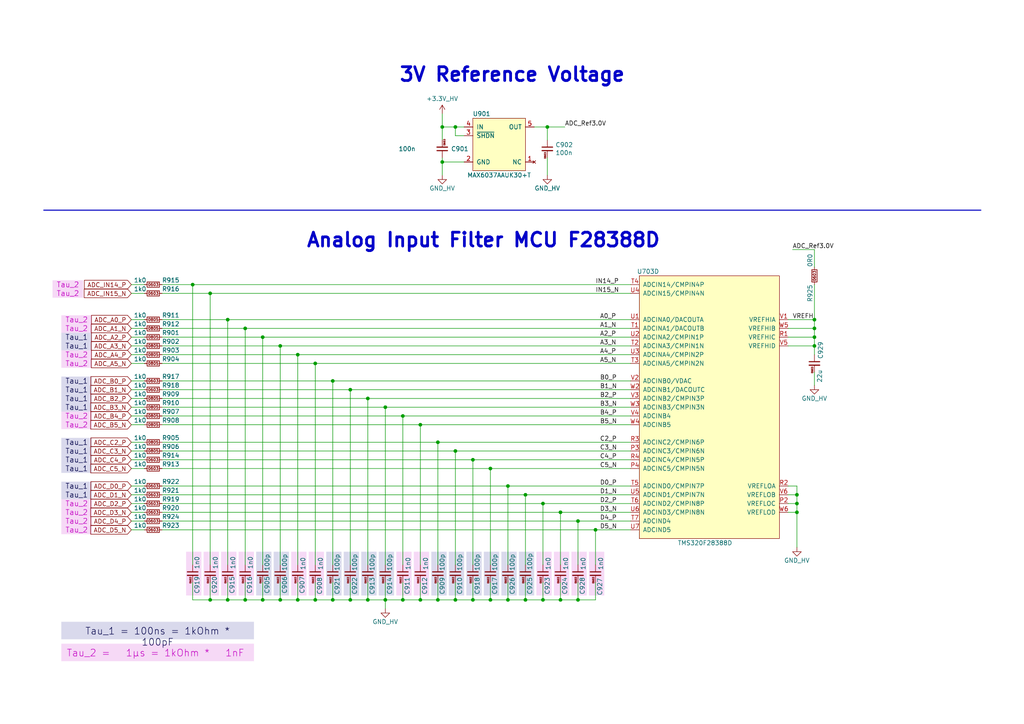
<source format=kicad_sch>
(kicad_sch (version 20231120) (generator "eeschema") (generator_version "8.0")
  (paper "A4")
  (title_block (title "LCB-CCB-01: Control Board - Debugger XDS100  / JTAG") (date "2025-02-21") (rev "1.1.0") (company "PADERBORN UNIVERSITY DEPARTMENT OF POWER ELECTRONICS AND ELECTRICAL DRIVES"))
  (junction (at 236.22 100.33))
  (junction (at 55.88 82.55))
  (junction (at 66.04 92.71))
  (junction (at 142.24 173.99))
  (junction (at 128.27 36.83))
  (junction (at 127 173.99))
  (junction (at 116.84 173.99))
  (junction (at 152.4 173.99))
  (junction (at 91.44 105.41))
  (junction (at 81.28 173.99))
  (junction (at 111.76 118.11))
  (junction (at 132.08 130.81))
  (junction (at 142.24 135.89))
  (junction (at 231.14 146.05))
  (junction (at 231.14 143.51))
  (junction (at 71.12 173.99))
  (junction (at 121.92 173.99))
  (junction (at 157.48 146.05))
  (junction (at 167.64 173.99))
  (junction (at 147.32 173.99))
  (junction (at 127 128.27))
  (junction (at 96.52 110.49))
  (junction (at 236.22 97.79))
  (junction (at 71.12 95.25))
  (junction (at 101.6 173.99))
  (junction (at 86.36 173.99))
  (junction (at 106.68 115.57))
  (junction (at 106.68 173.99))
  (junction (at 91.44 173.99))
  (junction (at 167.64 151.13))
  (junction (at 158.75 36.83))
  (junction (at 132.08 173.99))
  (junction (at 236.22 95.25))
  (junction (at 101.6 113.03))
  (junction (at 152.4 143.51))
  (junction (at 162.56 148.59))
  (junction (at 96.52 173.99))
  (junction (at 162.56 173.99))
  (junction (at 111.76 173.99))
  (junction (at 147.32 140.97))
  (junction (at 60.96 173.99))
  (junction (at 172.72 153.67))
  (junction (at 137.16 173.99))
  (junction (at 76.2 173.99))
  (junction (at 137.16 133.35))
  (junction (at 132.08 36.83))
  (junction (at 81.28 100.33))
  (junction (at 86.36 102.87))
  (junction (at 66.04 173.99))
  (junction (at 128.27 46.99))
  (junction (at 157.48 173.99))
  (junction (at 231.14 148.59))
  (junction (at 76.2 97.79))
  (junction (at 60.96 85.09))
  (junction (at 121.92 123.19))
  (junction (at 236.22 92.71))
  (junction (at 116.84 120.65))
  (wire (pts (xy 158.75 36.83) (xy 158.75 40.64)))
  (wire (pts (xy 41.91 85.09) (xy 38.1 85.09)))
  (wire (pts (xy 142.24 168.91) (xy 142.24 173.99)))
  (wire (pts (xy 46.99 140.97) (xy 147.32 140.97)))
  (wire (pts (xy 41.91 102.87) (xy 38.1 102.87)))
  (wire (pts (xy 41.91 105.41) (xy 38.1 105.41)))
  (wire (pts (xy 157.48 146.05) (xy 157.48 163.83)))
  (wire (pts (xy 46.99 82.55) (xy 55.88 82.55)))
  (wire (pts (xy 55.88 168.91) (xy 55.88 173.99)))
  (wire (pts (xy 60.96 163.83) (xy 60.96 85.09)))
  (polyline (pts (xy 12.7 60.96) (xy 284.48 60.96)) (stroke (width 0.3)))
  (wire (pts (xy 127 163.83) (xy 127 128.27)))
  (wire (pts (xy 236.22 95.25) (xy 236.22 92.71)))
  (wire (pts (xy 41.91 100.33) (xy 38.1 100.33)))
  (wire (pts (xy 128.27 36.83) (xy 128.27 40.64)))
  (wire (pts (xy 101.6 173.99) (xy 106.68 173.99)))
  (wire (pts (xy 106.68 163.83) (xy 106.68 115.57)))
  (wire (pts (xy 66.04 92.71) (xy 66.04 163.83)))
  (wire (pts (xy 128.27 36.83) (xy 128.27 33.02)))
  (wire (pts (xy 111.76 168.91) (xy 111.76 173.99)))
  (wire (pts (xy 142.24 135.89) (xy 182.88 135.89)))
  (wire (pts (xy 66.04 173.99) (xy 71.12 173.99)))
  (wire (pts (xy 101.6 113.03) (xy 182.88 113.03)))
  (wire (pts (xy 167.64 168.91) (xy 167.64 173.99)))
  (wire (pts (xy 127 128.27) (xy 182.88 128.27)))
  (wire (pts (xy 106.68 173.99) (xy 111.76 173.99)))
  (wire (pts (xy 116.84 120.65) (xy 182.88 120.65)))
  (wire (pts (xy 101.6 163.83) (xy 101.6 113.03)))
  (wire (pts (xy 158.75 36.83) (xy 163.83 36.83)))
  (wire (pts (xy 41.91 110.49) (xy 38.1 110.49)))
  (wire (pts (xy 81.28 100.33) (xy 182.88 100.33)))
  (wire (pts (xy 66.04 92.71) (xy 182.88 92.71)))
  (wire (pts (xy 228.6 97.79) (xy 236.22 97.79)))
  (wire (pts (xy 86.36 102.87) (xy 182.88 102.87)))
  (wire (pts (xy 86.36 163.83) (xy 86.36 102.87)))
  (wire (pts (xy 137.16 133.35) (xy 182.88 133.35)))
  (wire (pts (xy 55.88 82.55) (xy 182.88 82.55)))
  (wire (pts (xy 116.84 173.99) (xy 111.76 173.99)))
  (wire (pts (xy 91.44 105.41) (xy 182.88 105.41)))
  (wire (pts (xy 121.92 168.91) (xy 121.92 173.99)))
  (wire (pts (xy 46.99 128.27) (xy 127 128.27)))
  (wire (pts (xy 96.52 163.83) (xy 96.52 110.49)))
  (wire (pts (xy 147.32 163.83) (xy 147.32 140.97)))
  (wire (pts (xy 121.92 163.83) (xy 121.92 123.19)))
  (wire (pts (xy 236.22 100.33) (xy 236.22 102.87)))
  (wire (pts (xy 137.16 173.99) (xy 142.24 173.99)))
  (wire (pts (xy 152.4 163.83) (xy 152.4 143.51)))
  (wire (pts (xy 81.28 168.91) (xy 81.28 173.99)))
  (wire (pts (xy 236.22 100.33) (xy 236.22 97.79)))
  (wire (pts (xy 55.88 173.99) (xy 60.96 173.99)))
  (wire (pts (xy 132.08 36.83) (xy 128.27 36.83)))
  (wire (pts (xy 142.24 173.99) (xy 147.32 173.99)))
  (wire (pts (xy 71.12 168.91) (xy 71.12 173.99)))
  (wire (pts (xy 162.56 148.59) (xy 162.56 163.83)))
  (wire (pts (xy 231.14 143.51) (xy 231.14 146.05)))
  (wire (pts (xy 46.99 97.79) (xy 76.2 97.79)))
  (wire (pts (xy 121.92 123.19) (xy 182.88 123.19)))
  (wire (pts (xy 46.99 100.33) (xy 81.28 100.33)))
  (wire (pts (xy 127 173.99) (xy 132.08 173.99)))
  (wire (pts (xy 46.99 105.41) (xy 91.44 105.41)))
  (wire (pts (xy 132.08 168.91) (xy 132.08 173.99)))
  (wire (pts (xy 147.32 173.99) (xy 152.4 173.99)))
  (wire (pts (xy 228.6 100.33) (xy 236.22 100.33)))
  (wire (pts (xy 158.75 45.72) (xy 158.75 50.8)))
  (wire (pts (xy 106.68 115.57) (xy 182.88 115.57)))
  (wire (pts (xy 46.99 92.71) (xy 66.04 92.71)))
  (wire (pts (xy 167.64 151.13) (xy 182.88 151.13)))
  (wire (pts (xy 41.91 146.05) (xy 38.1 146.05)))
  (wire (pts (xy 116.84 173.99) (xy 121.92 173.99)))
  (wire (pts (xy 162.56 168.91) (xy 162.56 173.99)))
  (wire (pts (xy 91.44 163.83) (xy 91.44 105.41)))
  (wire (pts (xy 111.76 163.83) (xy 111.76 118.11)))
  (wire (pts (xy 228.6 140.97) (xy 231.14 140.97)))
  (wire (pts (xy 41.91 143.51) (xy 38.1 143.51)))
  (wire (pts (xy 236.22 82.55) (xy 236.22 92.71)))
  (wire (pts (xy 60.96 173.99) (xy 66.04 173.99)))
  (wire (pts (xy 86.36 173.99) (xy 91.44 173.99)))
  (wire (pts (xy 106.68 168.91) (xy 106.68 173.99)))
  (wire (pts (xy 162.56 173.99) (xy 167.64 173.99)))
  (wire (pts (xy 147.32 168.91) (xy 147.32 173.99)))
  (wire (pts (xy 60.96 85.09) (xy 182.88 85.09)))
  (wire (pts (xy 172.72 173.99) (xy 172.72 168.91)))
  (wire (pts (xy 46.99 153.67) (xy 172.72 153.67)))
  (wire (pts (xy 46.99 113.03) (xy 101.6 113.03)))
  (wire (pts (xy 128.27 46.99) (xy 128.27 50.8)))
  (wire (pts (xy 132.08 163.83) (xy 132.08 130.81)))
  (wire (pts (xy 46.99 95.25) (xy 71.12 95.25)))
  (wire (pts (xy 46.99 133.35) (xy 137.16 133.35)))
  (wire (pts (xy 46.99 146.05) (xy 157.48 146.05)))
  (wire (pts (xy 228.6 92.71) (xy 236.22 92.71)))
  (wire (pts (xy 46.99 102.87) (xy 86.36 102.87)))
  (wire (pts (xy 111.76 173.99) (xy 111.76 176.53)))
  (wire (pts (xy 41.91 113.03) (xy 38.1 113.03)))
  (wire (pts (xy 132.08 130.81) (xy 182.88 130.81)))
  (wire (pts (xy 101.6 168.91) (xy 101.6 173.99)))
  (wire (pts (xy 41.91 130.81) (xy 38.1 130.81)))
  (wire (pts (xy 91.44 168.91) (xy 91.44 173.99)))
  (wire (pts (xy 154.94 36.83) (xy 158.75 36.83)))
  (wire (pts (xy 162.56 148.59) (xy 182.88 148.59)))
  (wire (pts (xy 96.52 168.91) (xy 96.52 173.99)))
  (wire (pts (xy 142.24 163.83) (xy 142.24 135.89)))
  (wire (pts (xy 46.99 120.65) (xy 116.84 120.65)))
  (wire (pts (xy 228.6 146.05) (xy 231.14 146.05)))
  (wire (pts (xy 76.2 168.91) (xy 76.2 173.99)))
  (wire (pts (xy 121.92 173.99) (xy 127 173.99)))
  (wire (pts (xy 128.27 45.72) (xy 128.27 46.99)))
  (wire (pts (xy 71.12 173.99) (xy 76.2 173.99)))
  (wire (pts (xy 157.48 146.05) (xy 182.88 146.05)))
  (wire (pts (xy 71.12 95.25) (xy 182.88 95.25)))
  (wire (pts (xy 231.14 146.05) (xy 231.14 148.59)))
  (wire (pts (xy 152.4 168.91) (xy 152.4 173.99)))
  (wire (pts (xy 91.44 173.99) (xy 96.52 173.99)))
  (wire (pts (xy 41.91 153.67) (xy 38.1 153.67)))
  (wire (pts (xy 236.22 107.95) (xy 236.22 111.76)))
  (wire (pts (xy 76.2 97.79) (xy 182.88 97.79)))
  (wire (pts (xy 152.4 143.51) (xy 182.88 143.51)))
  (wire (pts (xy 76.2 163.83) (xy 76.2 97.79)))
  (wire (pts (xy 41.91 151.13) (xy 38.1 151.13)))
  (wire (pts (xy 46.99 110.49) (xy 96.52 110.49)))
  (wire (pts (xy 46.99 115.57) (xy 106.68 115.57)))
  (wire (pts (xy 236.22 77.47) (xy 236.22 72.39)))
  (wire (pts (xy 172.72 153.67) (xy 182.88 153.67)))
  (wire (pts (xy 41.91 120.65) (xy 38.1 120.65)))
  (wire (pts (xy 46.99 143.51) (xy 152.4 143.51)))
  (wire (pts (xy 55.88 163.83) (xy 55.88 82.55)))
  (wire (pts (xy 46.99 118.11) (xy 111.76 118.11)))
  (wire (pts (xy 96.52 110.49) (xy 182.88 110.49)))
  (wire (pts (xy 41.91 97.79) (xy 38.1 97.79)))
  (wire (pts (xy 134.62 39.37) (xy 132.08 39.37)))
  (wire (pts (xy 167.64 163.83) (xy 167.64 151.13)))
  (wire (pts (xy 41.91 133.35) (xy 38.1 133.35)))
  (wire (pts (xy 46.99 151.13) (xy 167.64 151.13)))
  (wire (pts (xy 71.12 163.83) (xy 71.12 95.25)))
  (wire (pts (xy 46.99 85.09) (xy 60.96 85.09)))
  (wire (pts (xy 41.91 92.71) (xy 38.1 92.71)))
  (wire (pts (xy 41.91 148.59) (xy 38.1 148.59)))
  (wire (pts (xy 66.04 168.91) (xy 66.04 173.99)))
  (wire (pts (xy 132.08 173.99) (xy 137.16 173.99)))
  (wire (pts (xy 231.14 140.97) (xy 231.14 143.51)))
  (wire (pts (xy 147.32 140.97) (xy 182.88 140.97)))
  (wire (pts (xy 41.91 118.11) (xy 38.1 118.11)))
  (wire (pts (xy 86.36 168.91) (xy 86.36 173.99)))
  (wire (pts (xy 228.6 95.25) (xy 236.22 95.25)))
  (wire (pts (xy 41.91 82.55) (xy 38.1 82.55)))
  (wire (pts (xy 41.91 123.19) (xy 38.1 123.19)))
  (wire (pts (xy 134.62 36.83) (xy 132.08 36.83)))
  (wire (pts (xy 41.91 95.25) (xy 38.1 95.25)))
  (wire (pts (xy 152.4 173.99) (xy 157.48 173.99)))
  (wire (pts (xy 231.14 148.59) (xy 231.14 158.75)))
  (wire (pts (xy 127 168.91) (xy 127 173.99)))
  (wire (pts (xy 128.27 46.99) (xy 134.62 46.99)))
  (wire (pts (xy 132.08 39.37) (xy 132.08 36.83)))
  (wire (pts (xy 116.84 163.83) (xy 116.84 120.65)))
  (wire (pts (xy 46.99 135.89) (xy 142.24 135.89)))
  (wire (pts (xy 137.16 168.91) (xy 137.16 173.99)))
  (wire (pts (xy 157.48 168.91) (xy 157.48 173.99)))
  (wire (pts (xy 116.84 168.91) (xy 116.84 173.99)))
  (wire (pts (xy 81.28 173.99) (xy 86.36 173.99)))
  (wire (pts (xy 60.96 168.91) (xy 60.96 173.99)))
  (wire (pts (xy 236.22 97.79) (xy 236.22 95.25)))
  (wire (pts (xy 46.99 123.19) (xy 121.92 123.19)))
  (wire (pts (xy 157.48 173.99) (xy 162.56 173.99)))
  (wire (pts (xy 228.6 143.51) (xy 231.14 143.51)))
  (wire (pts (xy 46.99 130.81) (xy 132.08 130.81)))
  (wire (pts (xy 76.2 173.99) (xy 81.28 173.99)))
  (wire (pts (xy 41.91 115.57) (xy 38.1 115.57)))
  (wire (pts (xy 236.22 72.39) (xy 229.87 72.39)))
  (wire (pts (xy 81.28 163.83) (xy 81.28 100.33)))
  (wire (pts (xy 111.76 118.11) (xy 182.88 118.11)))
  (wire (pts (xy 228.6 148.59) (xy 231.14 148.59)))
  (wire (pts (xy 172.72 153.67) (xy 172.72 163.83)))
  (wire (pts (xy 46.99 148.59) (xy 162.56 148.59)))
  (wire (pts (xy 41.91 135.89) (xy 38.1 135.89)))
  (wire (pts (xy 167.64 173.99) (xy 172.72 173.99)))
  (wire (pts (xy 41.91 128.27) (xy 38.1 128.27)))
  (wire (pts (xy 96.52 173.99) (xy 101.6 173.99)))
  (wire (pts (xy 41.91 140.97) (xy 38.1 140.97)))
  (wire (pts (xy 137.16 163.83) (xy 137.16 133.35)))
  (text_box "Tau_2" (at 17.78 91.44 0) (size 8.89 2.54) (stroke (width -0.0001)) (fill (type color) (color 194 0 194 0.15)) (effects (font (size 1.5 1.5))))
  (text_box "" (at 53.975 160.02 0) (size 4.445 12.7) (stroke (width -0.0001)) (fill (type color) (color 194 0 194 0.15)) (effects (font (size 1.5 1.5))))
  (text_box "" (at 69.215 160.02 0) (size 4.445 12.7) (stroke (width -0.0001)) (fill (type color) (color 194 0 194 0.15)) (effects (font (size 1.5 1.5))))
  (text_box "" (at 59.055 160.02 0) (size 4.445 12.7) (stroke (width -0.0001)) (fill (type color) (color 194 0 194 0.15)) (effects (font (size 1.5 1.5))))
  (text_box "" (at 145.415 160.02 0) (size 4.445 12.7) (stroke (width -0.0001)) (fill (type color) (color 0 0 132 0.15)) (effects (font (size 1.5 1.5))))
  (text_box "" (at 84.455 160.02 0) (size 4.445 12.7) (stroke (width -0.0001)) (fill (type color) (color 194 0 194 0.15)) (effects (font (size 1.5 1.5))))
  (text_box "" (at 89.535 160.02 0) (size 4.445 12.7) (stroke (width -0.0001)) (fill (type color) (color 194 0 194 0.15)) (effects (font (size 1.5 1.5))))
  (text_box "Tau_2" (at 17.78 144.78 0) (size 8.89 2.54) (stroke (width -0.0001)) (fill (type color) (color 194 0 194 0.15)) (effects (font (size 1.5 1.5))))
  (text_box "Tau_1" (at 17.78 132.08 0) (size 8.89 2.54) (stroke (width -0.0001)) (fill (type color) (color 0 0 132 0.15)) (effects (font (size 1.5 1.5))))
  (text_box "" (at 140.335 160.02 0) (size 4.445 12.7) (stroke (width -0.0001)) (fill (type color) (color 0 0 132 0.15)) (effects (font (size 1.5 1.5))))
  (text_box "Tau_1" (at 17.78 129.54 0) (size 8.89 2.54) (stroke (width -0.0001)) (fill (type color) (color 0 0 132 0.15)) (effects (font (size 1.5 1.5))))
  (text_box "Tau_1" (at 17.78 139.7 0) (size 8.89 2.54) (stroke (width -0.0001)) (fill (type color) (color 0 0 132 0.15)) (effects (font (size 1.5 1.5))))
  (text_box "" (at 150.495 160.02 0) (size 4.445 12.7) (stroke (width -0.0001)) (fill (type color) (color 0 0 132 0.15)) (effects (font (size 1.5 1.5))))
  (text_box "" (at 135.255 160.02 0) (size 4.445 12.7) (stroke (width -0.0001)) (fill (type color) (color 0 0 132 0.15)) (effects (font (size 1.5 1.5))))
  (text_box "Tau_1" (at 17.78 109.22 0) (size 8.89 2.54) (stroke (width -0.0001)) (fill (type color) (color 0 0 132 0.15)) (effects (font (size 1.5 1.5))))
  (text_box "" (at 74.295 160.02 0) (size 4.445 12.7) (stroke (width -0.0001)) (fill (type color) (color 0 0 132 0.15)) (effects (font (size 1.5 1.5))))
  (text_box "" (at 125.095 160.02 0) (size 4.445 12.7) (stroke (width -0.0001)) (fill (type color) (color 0 0 132 0.15)) (effects (font (size 1.5 1.5))))
  (text_box "" (at 160.655 160.02 0) (size 4.445 12.7) (stroke (width -0.0001)) (fill (type color) (color 194 0 194 0.15)) (effects (font (size 1.5 1.5))))
  (text_box "Tau_2" (at 17.78 121.92 0) (size 8.89 2.54) (stroke (width -0.0001)) (fill (type color) (color 194 0 194 0.15)) (effects (font (size 1.5 1.5))))
  (text_box "Tau_1" (at 17.78 96.52 0) (size 8.89 2.54) (stroke (width -0.0001)) (fill (type color) (color 0 0 132 0.15)) (effects (font (size 1.5 1.5))))
  (text_box "Tau_1 = 100ns = 1kOhm * 100pF" (at 17.78 180.34 0) (size 55.88 5.08) (stroke (width -0.0001)) (fill (type color) (color 0 0 132 0.15)) (effects (font (size 2 2)) (justify top)))
  (text_box "Tau_1" (at 17.78 142.24 0) (size 8.89 2.54) (stroke (width -0.0001)) (fill (type color) (color 0 0 132 0.15)) (effects (font (size 1.5 1.5))))
  (text_box "Tau_2" (at 17.78 152.4 0) (size 8.89 2.54) (stroke (width -0.0001)) (fill (type color) (color 194 0 194 0.15)) (effects (font (size 1.5 1.5))))
  (text_box "Tau_2" (at 17.78 104.14 0) (size 8.89 2.54) (stroke (width -0.0001)) (fill (type color) (color 194 0 194 0.15)) (effects (font (size 1.5 1.5))))
  (text_box "" (at 104.775 160.02 0) (size 4.445 12.7) (stroke (width -0.0001)) (fill (type color) (color 0 0 132 0.15)) (effects (font (size 1.5 1.5))))
  (text_box "" (at 170.815 160.02 0) (size 4.445 12.7) (stroke (width -0.0001)) (fill (type color) (color 194 0 194 0.15)) (effects (font (size 1.5 1.5))))
  (text_box "" (at 109.855 160.02 0) (size 4.445 12.7) (stroke (width -0.0001)) (fill (type color) (color 0 0 132 0.15)) (effects (font (size 1.5 1.5))))
  (text_box "Tau_2" (at 17.78 101.6 0) (size 8.89 2.54) (stroke (width -0.0001)) (fill (type color) (color 194 0 194 0.15)) (effects (font (size 1.5 1.5))))
  (text_box "" (at 79.375 160.02 0) (size 4.445 12.7) (stroke (width -0.0001)) (fill (type color) (color 0 0 132 0.15)) (effects (font (size 1.5 1.5))))
  (text_box "" (at 165.735 160.02 0) (size 4.445 12.7) (stroke (width -0.0001)) (fill (type color) (color 194 0 194 0.15)) (effects (font (size 1.5 1.5))))
  (text_box "" (at 120.015 160.02 0) (size 4.445 12.7) (stroke (width -0.0001)) (fill (type color) (color 194 0 194 0.15)) (effects (font (size 1.5 1.5))))
  (text_box "Tau_1" (at 17.78 111.76 0) (size 8.89 2.54) (stroke (width -0.0001)) (fill (type color) (color 0 0 132 0.15)) (effects (font (size 1.5 1.5))))
  (text_box "Tau_1" (at 17.78 116.84 0) (size 8.89 2.54) (stroke (width -0.0001)) (fill (type color) (color 0 0 132 0.15)) (effects (font (size 1.5 1.5))))
  (text_box "" (at 99.695 160.02 0) (size 4.445 12.7) (stroke (width -0.0001)) (fill (type color) (color 0 0 132 0.15)) (effects (font (size 1.5 1.5))))
  (text_box "Tau_2" (at 17.78 147.32 0) (size 8.89 2.54) (stroke (width -0.0001)) (fill (type color) (color 194 0 194 0.15)) (effects (font (size 1.5 1.5))))
  (text_box "Tau_1" (at 17.78 114.3 0) (size 8.89 2.54) (stroke (width -0.0001)) (fill (type color) (color 0 0 132 0.15)) (effects (font (size 1.5 1.5))))
  (text_box "Tau_1" (at 17.78 127 0) (size 8.89 2.54) (stroke (width -0.0001)) (fill (type color) (color 0 0 132 0.15)) (effects (font (size 1.5 1.5))))
  (text_box "" (at 94.615 160.02 0) (size 4.445 12.7) (stroke (width -0.0001)) (fill (type color) (color 0 0 132 0.15)) (effects (font (size 1.5 1.5))))
  (text_box "" (at 130.175 160.02 0) (size 4.445 12.7) (stroke (width -0.0001)) (fill (type color) (color 0 0 132 0.15)) (effects (font (size 1.5 1.5))))
  (text_box "Tau_2 =   1µs = 1kOhm *   1nF" (at 17.78 186.69 0) (size 55.88 5.08) (stroke (width -0.0001)) (fill (type color) (color 194 0 194 0.15)) (effects (font (size 2 2)) (justify left top)))
  (text_box "" (at 155.575 160.02 0) (size 4.445 12.7) (stroke (width -0.0001)) (fill (type color) (color 194 0 194 0.15)) (effects (font (size 1.5 1.5))))
  (text_box "Tau_1" (at 17.78 134.62 0) (size 8.89 2.54) (stroke (width -0.0001)) (fill (type color) (color 0 0 132 0.15)) (effects (font (size 1.5 1.5))))
  (text_box "Tau_2" (at 17.78 93.98 0) (size 8.89 2.54) (stroke (width -0.0001)) (fill (type color) (color 194 0 194 0.15)) (effects (font (size 1.5 1.5))))
  (text_box "Tau_1" (at 17.78 99.06 0) (size 8.89 2.54) (stroke (width -0.0001)) (fill (type color) (color 0 0 132 0.15)) (effects (font (size 1.5 1.5))))
  (text_box "Tau_2" (at 15.24 81.28 0) (size 8.89 2.54) (stroke (width -0.0001)) (fill (type color) (color 194 0 194 0.15)) (effects (font (size 1.5 1.5))))
  (text_box "Tau_2" (at 17.78 149.86 0) (size 8.89 2.54) (stroke (width -0.0001)) (fill (type color) (color 194 0 194 0.15)) (effects (font (size 1.5 1.5))))
  (text_box "" (at 114.935 160.02 0) (size 4.445 12.7) (stroke (width -0.0001)) (fill (type color) (color 194 0 194 0.15)) (effects (font (size 1.5 1.5))))
  (text_box "Tau_2" (at 17.78 119.38 0) (size 8.89 2.54) (stroke (width -0.0001)) (fill (type color) (color 194 0 194 0.15)) (effects (font (size 1.5 1.5))))
  (text_box "Tau_2" (at 15.24 83.82 0) (size 8.89 2.54) (stroke (width -0.0001)) (fill (type color) (color 194 0 194 0.15)) (effects (font (size 1.5 1.5))))
  (text_box "" (at 64.135 160.02 0) (size 4.445 12.7) (stroke (width -0.0001)) (fill (type color) (color 194 0 194 0.15)) (effects (font (size 1.5 1.5))))
  (text "Analog Input Filter MCU F28388D" (at 88.646 72.136 0) (effects (font (size 4 4) (bold yes)) (justify left bottom)))
  (text "3V Reference Voltage" (at 115.57 24.13 0) (effects (font (size 4 4) (thickness 0.8) (bold yes)) (justify left bottom)))
  (label "A5_N" (at 173.99 105.41 0))
  (label "B5_N" (at 173.99 123.19 0))
  (label "IN14_P" (at 172.72 82.55 0))
  (label "C2_P" (at 173.99 128.27 0))
  (label "C4_P" (at 173.99 133.35 0))
  (label "A1_N" (at 173.99 95.25 0))
  (label "B4_P" (at 173.99 120.65 0))
  (label "A0_P" (at 173.99 92.71 0))
  (label "A2_P" (at 173.99 97.79 0))
  (label "VREFH" (at 229.87 92.71 0))
  (label "D1_N" (at 173.99 143.51 0))
  (label "D2_P" (at 173.99 146.05 0))
  (label "B2_P" (at 173.99 115.57 0))
  (label "B3_N" (at 173.99 118.11 0))
  (label "A3_N" (at 173.99 100.33 0))
  (label "C5_N" (at 173.99 135.89 0))
  (label "D3_N" (at 173.99 148.59 0))
  (label "ADC_Ref3.0V" (at 229.87 72.39 0))
  (label "D0_P" (at 173.99 140.97 0))
  (label "ADC_Ref3.0V" (at 163.83 36.83 0))
  (label "A4_P" (at 173.99 102.87 0))
  (label "D4_P" (at 173.99 151.13 0))
  (label "B1_N" (at 173.99 113.03 0))
  (label "B0_P" (at 173.99 110.49 0))
  (label "C3_N" (at 173.99 130.81 0))
  (label "IN15_N" (at 172.72 85.09 0))
  (label "D5_N" (at 173.99 153.67 0))
  (global_label "ADC_C5_N" (shape input) (at 38.1 135.89 180) (property "Intersheetrefs" "${INTERSHEET_REFS}" (effects (hide yes))))
  (global_label "ADC_D0_P" (shape input) (at 38.1 140.97 180) (property "Intersheetrefs" "${INTERSHEET_REFS}" (effects (hide yes))))
  (global_label "ADC_A5_N" (shape input) (at 38.1 105.41 180) (property "Intersheetrefs" "${INTERSHEET_REFS}" (effects (hide yes))))
  (global_label "ADC_B0_P" (shape input) (at 38.1 110.49 180) (property "Intersheetrefs" "${INTERSHEET_REFS}" (effects (hide yes))))
  (global_label "ADC_IN14_P" (shape input) (at 38.1 82.55 180) (property "Intersheetrefs" "${INTERSHEET_REFS}" (effects (hide yes))))
  (global_label "ADC_B3_N" (shape input) (at 38.1 118.11 180) (property "Intersheetrefs" "${INTERSHEET_REFS}" (effects (hide yes))))
  (global_label "ADC_D3_N" (shape input) (at 38.1 148.59 180) (property "Intersheetrefs" "${INTERSHEET_REFS}" (effects (hide yes))))
  (global_label "ADC_D2_P" (shape input) (at 38.1 146.05 180) (property "Intersheetrefs" "${INTERSHEET_REFS}" (effects (hide yes))))
  (global_label "ADC_C4_P" (shape input) (at 38.1 133.35 180) (property "Intersheetrefs" "${INTERSHEET_REFS}" (effects (hide yes))))
  (global_label "ADC_A4_P" (shape input) (at 38.1 102.87 180) (property "Intersheetrefs" "${INTERSHEET_REFS}" (effects (hide yes))))
  (global_label "ADC_D4_P" (shape input) (at 38.1 151.13 180) (property "Intersheetrefs" "${INTERSHEET_REFS}" (effects (hide yes))))
  (global_label "ADC_A3_N" (shape input) (at 38.1 100.33 180) (property "Intersheetrefs" "${INTERSHEET_REFS}" (effects (hide yes))))
  (global_label "ADC_A2_P" (shape input) (at 38.1 97.79 180) (property "Intersheetrefs" "${INTERSHEET_REFS}" (effects (hide yes))))
  (global_label "ADC_B1_N" (shape input) (at 38.1 113.03 180) (property "Intersheetrefs" "${INTERSHEET_REFS}" (effects (hide yes))))
  (global_label "ADC_B4_P" (shape input) (at 38.1 120.65 180) (property "Intersheetrefs" "${INTERSHEET_REFS}" (effects (hide yes))))
  (global_label "ADC_D5_N" (shape input) (at 38.1 153.67 180) (property "Intersheetrefs" "${INTERSHEET_REFS}" (effects (hide yes))))
  (global_label "ADC_B5_N" (shape input) (at 38.1 123.19 180) (property "Intersheetrefs" "${INTERSHEET_REFS}" (effects (hide yes))))
  (global_label "ADC_A0_P" (shape input) (at 38.1 92.71 180) (property "Intersheetrefs" "${INTERSHEET_REFS}" (effects (hide yes))))
  (global_label "ADC_IN15_N" (shape input) (at 38.1 85.09 180) (property "Intersheetrefs" "${INTERSHEET_REFS}" (effects (hide yes))))
  (global_label "ADC_C2_P" (shape input) (at 38.1 128.27 180) (property "Intersheetrefs" "${INTERSHEET_REFS}" (effects (hide yes))))
  (global_label "ADC_C3_N" (shape input) (at 38.1 130.81 180) (property "Intersheetrefs" "${INTERSHEET_REFS}" (effects (hide yes))))
  (global_label "ADC_A1_N" (shape input) (at 38.1 95.25 180) (property "Intersheetrefs" "${INTERSHEET_REFS}" (effects (hide yes))))
  (global_label "ADC_B2_P" (shape input) (at 38.1 115.57 180) (property "Intersheetrefs" "${INTERSHEET_REFS}" (effects (hide yes))))
  (global_label "ADC_D1_N" (shape input) (at 38.1 143.51 180) (property "Intersheetrefs" "${INTERSHEET_REFS}" (effects (hide yes))))
  (symbol (lib_id "LEA_SymbolLibrary:R_0603__1k0_THICK__1P__75V") (at 44.45 82.55 270) (unit 1) (exclude_from_sim yes)
    (property "Reference" "R915" (at 49.53 81.28 90))
    (property "Value" "1k0" (at 40.64 81.28 90))
    (property "Footprint" "LEA_FootprintLibrary:R_0603" (effects (hide yes)))
    (property "Description" "Resistor 0603" (effects (hide yes)))
    (property "Manufacturer" "Vishay" (effects (hide yes)))
    (property "manf#" "CRCW06031K00FKEAC" (effects (hide yes)))
    (property "mouser#" "71-CRCW06031K00FKEAC" (effects (hide yes)))
  )
  (symbol (lib_id "LEA_SymbolLibrary:R_0603__1k0_THICK__1P__75V") (at 44.45 85.09 270) (unit 1) (exclude_from_sim yes)
    (property "Reference" "R916" (at 49.53 83.82 90))
    (property "Value" "1k0" (at 40.64 83.82 90))
    (property "Footprint" "LEA_FootprintLibrary:R_0603" (effects (hide yes)))
    (property "Description" "Resistor 0603" (effects (hide yes)))
    (property "Manufacturer" "Vishay" (effects (hide yes)))
    (property "manf#" "CRCW06031K00FKEAC" (effects (hide yes)))
    (property "mouser#" "71-CRCW06031K00FKEAC" (effects (hide yes)))
  )
  (symbol (lib_id "LEA_SymbolLibrary:R_0805__1k0_THICK__1P_150V") (at 44.45 92.71 270) (unit 1) (exclude_from_sim yes)
    (property "Reference" "R911" (at 49.53 91.44 90))
    (property "Value" "1k0" (at 40.64 91.44 90))
    (property "Footprint" "LEA_FootprintLibrary:R_0805" (effects (hide yes)))
    (property "Description" "Resistor 0805" (effects (hide yes)))
    (property "Manufacturer" "Vishay" (effects (hide yes)))
    (property "manf#" "CRCW08051K00FKEAC" (effects (hide yes)))
    (property "mouser#" "71-CRCW08051K00FKEAC" (effects (hide yes)))
  )
  (symbol (lib_id "LEA_SymbolLibrary:R_0805__1k0_THICK__1P_150V") (at 44.45 95.25 270) (unit 1) (exclude_from_sim yes)
    (property "Reference" "R912" (at 49.53 93.98 90))
    (property "Value" "1k0" (at 40.64 93.98 90))
    (property "Footprint" "LEA_FootprintLibrary:R_0805" (effects (hide yes)))
    (property "Description" "Resistor 0805" (effects (hide yes)))
    (property "Manufacturer" "Vishay" (effects (hide yes)))
    (property "manf#" "CRCW08051K00FKEAC" (effects (hide yes)))
    (property "mouser#" "71-CRCW08051K00FKEAC" (effects (hide yes)))
  )
  (symbol (lib_id "LEA_SymbolLibrary:R_0805__1k0_THICK__1P_150V") (at 44.45 97.79 270) (unit 1) (exclude_from_sim yes)
    (property "Reference" "R901" (at 49.53 96.52 90))
    (property "Value" "1k0" (at 40.64 96.52 90))
    (property "Footprint" "LEA_FootprintLibrary:R_0805" (effects (hide yes)))
    (property "Description" "Resistor 0805" (effects (hide yes)))
    (property "Manufacturer" "Vishay" (effects (hide yes)))
    (property "manf#" "CRCW08051K00FKEAC" (effects (hide yes)))
    (property "mouser#" "71-CRCW08051K00FKEAC" (effects (hide yes)))
  )
  (symbol (lib_id "LEA_SymbolLibrary:R_0805__1k0_THICK__1P_150V") (at 44.45 100.33 270) (unit 1) (exclude_from_sim yes)
    (property "Reference" "R902" (at 49.53 99.06 90))
    (property "Value" "1k0" (at 40.64 99.06 90))
    (property "Footprint" "LEA_FootprintLibrary:R_0805" (effects (hide yes)))
    (property "Description" "Resistor 0805" (effects (hide yes)))
    (property "Manufacturer" "Vishay" (effects (hide yes)))
    (property "manf#" "CRCW08051K00FKEAC" (effects (hide yes)))
    (property "mouser#" "71-CRCW08051K00FKEAC" (effects (hide yes)))
  )
  (symbol (lib_id "LEA_SymbolLibrary:R_0805__1k0_THICK__1P_150V") (at 44.45 102.87 270) (unit 1) (exclude_from_sim yes)
    (property "Reference" "R903" (at 49.53 101.6 90))
    (property "Value" "1k0" (at 40.64 101.6 90))
    (property "Footprint" "LEA_FootprintLibrary:R_0805" (effects (hide yes)))
    (property "Description" "Resistor 0805" (effects (hide yes)))
    (property "Manufacturer" "Vishay" (effects (hide yes)))
    (property "manf#" "CRCW08051K00FKEAC" (effects (hide yes)))
    (property "mouser#" "71-CRCW08051K00FKEAC" (effects (hide yes)))
  )
  (symbol (lib_id "LEA_SymbolLibrary:R_0805__1k0_THICK__1P_150V") (at 44.45 105.41 270) (unit 1) (exclude_from_sim yes)
    (property "Reference" "R904" (at 49.53 104.14 90))
    (property "Value" "1k0" (at 40.64 104.14 90))
    (property "Footprint" "LEA_FootprintLibrary:R_0805" (effects (hide yes)))
    (property "Description" "Resistor 0805" (effects (hide yes)))
    (property "Manufacturer" "Vishay" (effects (hide yes)))
    (property "manf#" "CRCW08051K00FKEAC" (effects (hide yes)))
    (property "mouser#" "71-CRCW08051K00FKEAC" (effects (hide yes)))
  )
  (symbol (lib_id "LEA_SymbolLibrary:R_0603__1k0_THICK__1P__75V") (at 44.45 110.49 270) (unit 1) (exclude_from_sim yes)
    (property "Reference" "R917" (at 49.53 109.22 90))
    (property "Value" "1k0" (at 40.64 109.22 90))
    (property "Footprint" "LEA_FootprintLibrary:R_0603" (effects (hide yes)))
    (property "Description" "Resistor 0603" (effects (hide yes)))
    (property "Manufacturer" "Vishay" (effects (hide yes)))
    (property "manf#" "CRCW06031K00FKEAC" (effects (hide yes)))
    (property "mouser#" "71-CRCW06031K00FKEAC" (effects (hide yes)))
  )
  (symbol (lib_id "LEA_SymbolLibrary:R_0603__1k0_THICK__1P__75V") (at 44.45 113.03 270) (unit 1) (exclude_from_sim yes)
    (property "Reference" "R918" (at 49.53 111.76 90))
    (property "Value" "1k0" (at 40.64 111.76 90))
    (property "Footprint" "LEA_FootprintLibrary:R_0603" (effects (hide yes)))
    (property "Description" "Resistor 0603" (effects (hide yes)))
    (property "Manufacturer" "Vishay" (effects (hide yes)))
    (property "manf#" "CRCW06031K00FKEAC" (effects (hide yes)))
    (property "mouser#" "71-CRCW06031K00FKEAC" (effects (hide yes)))
  )
  (symbol (lib_id "LEA_SymbolLibrary:R_0805__1k0_THICK__1P_150V") (at 44.45 115.57 270) (unit 1) (exclude_from_sim yes)
    (property "Reference" "R909" (at 49.53 114.3 90))
    (property "Value" "1k0" (at 40.64 114.3 90))
    (property "Footprint" "LEA_FootprintLibrary:R_0805" (effects (hide yes)))
    (property "Description" "Resistor 0805" (effects (hide yes)))
    (property "Manufacturer" "Vishay" (effects (hide yes)))
    (property "manf#" "CRCW08051K00FKEAC" (effects (hide yes)))
    (property "mouser#" "71-CRCW08051K00FKEAC" (effects (hide yes)))
  )
  (symbol (lib_id "LEA_SymbolLibrary:R_0805__1k0_THICK__1P_150V") (at 44.45 118.11 270) (unit 1) (exclude_from_sim yes)
    (property "Reference" "R910" (at 49.53 116.84 90))
    (property "Value" "1k0" (at 40.64 116.84 90))
    (property "Footprint" "LEA_FootprintLibrary:R_0805" (effects (hide yes)))
    (property "Description" "Resistor 0805" (effects (hide yes)))
    (property "Manufacturer" "Vishay" (effects (hide yes)))
    (property "manf#" "CRCW08051K00FKEAC" (effects (hide yes)))
    (property "mouser#" "71-CRCW08051K00FKEAC" (effects (hide yes)))
  )
  (symbol (lib_id "LEA_SymbolLibrary:R_0805__1k0_THICK__1P_150V") (at 44.45 120.65 270) (unit 1) (exclude_from_sim yes)
    (property "Reference" "R907" (at 49.53 119.38 90))
    (property "Value" "1k0" (at 40.64 119.38 90))
    (property "Footprint" "LEA_FootprintLibrary:R_0805" (effects (hide yes)))
    (property "Description" "Resistor 0805" (effects (hide yes)))
    (property "Manufacturer" "Vishay" (effects (hide yes)))
    (property "manf#" "CRCW08051K00FKEAC" (effects (hide yes)))
    (property "mouser#" "71-CRCW08051K00FKEAC" (effects (hide yes)))
  )
  (symbol (lib_id "LEA_SymbolLibrary:R_0805__1k0_THICK__1P_150V") (at 44.45 123.19 270) (unit 1) (exclude_from_sim yes)
    (property "Reference" "R908" (at 49.53 121.92 90))
    (property "Value" "1k0" (at 40.64 121.92 90))
    (property "Footprint" "LEA_FootprintLibrary:R_0805" (effects (hide yes)))
    (property "Description" "Resistor 0805" (effects (hide yes)))
    (property "Manufacturer" "Vishay" (effects (hide yes)))
    (property "manf#" "CRCW08051K00FKEAC" (effects (hide yes)))
    (property "mouser#" "71-CRCW08051K00FKEAC" (effects (hide yes)))
  )
  (symbol (lib_id "LEA_SymbolLibrary:R_0805__1k0_THICK__1P_150V") (at 44.45 128.27 270) (unit 1) (exclude_from_sim yes)
    (property "Reference" "R905" (at 49.53 127 90))
    (property "Value" "1k0" (at 40.64 127 90))
    (property "Footprint" "LEA_FootprintLibrary:R_0805" (effects (hide yes)))
    (property "Description" "Resistor 0805" (effects (hide yes)))
    (property "Manufacturer" "Vishay" (effects (hide yes)))
    (property "manf#" "CRCW08051K00FKEAC" (effects (hide yes)))
    (property "mouser#" "71-CRCW08051K00FKEAC" (effects (hide yes)))
  )
  (symbol (lib_id "LEA_SymbolLibrary:R_0805__1k0_THICK__1P_150V") (at 44.45 130.81 270) (unit 1) (exclude_from_sim yes)
    (property "Reference" "R906" (at 49.53 129.54 90))
    (property "Value" "1k0" (at 40.64 129.54 90))
    (property "Footprint" "LEA_FootprintLibrary:R_0805" (effects (hide yes)))
    (property "Description" "Resistor 0805" (effects (hide yes)))
    (property "Manufacturer" "Vishay" (effects (hide yes)))
    (property "manf#" "CRCW08051K00FKEAC" (effects (hide yes)))
    (property "mouser#" "71-CRCW08051K00FKEAC" (effects (hide yes)))
  )
  (symbol (lib_id "LEA_SymbolLibrary:R_0603__1k0_THICK__1P__75V") (at 44.45 133.35 270) (unit 1) (exclude_from_sim yes)
    (property "Reference" "R914" (at 49.53 132.08 90))
    (property "Value" "1k0" (at 40.64 132.08 90))
    (property "Footprint" "LEA_FootprintLibrary:R_0603" (effects (hide yes)))
    (property "Description" "Resistor 0603" (effects (hide yes)))
    (property "Manufacturer" "Vishay" (effects (hide yes)))
    (property "manf#" "CRCW06031K00FKEAC" (effects (hide yes)))
    (property "mouser#" "71-CRCW06031K00FKEAC" (effects (hide yes)))
  )
  (symbol (lib_id "LEA_SymbolLibrary:R_0603__1k0_THICK__1P__75V") (at 44.45 135.89 270) (unit 1) (exclude_from_sim yes)
    (property "Reference" "R913" (at 49.53 134.62 90))
    (property "Value" "1k0" (at 40.64 134.62 90))
    (property "Footprint" "LEA_FootprintLibrary:R_0603" (effects (hide yes)))
    (property "Description" "Resistor 0603" (effects (hide yes)))
    (property "Manufacturer" "Vishay" (effects (hide yes)))
    (property "manf#" "CRCW06031K00FKEAC" (effects (hide yes)))
    (property "mouser#" "71-CRCW06031K00FKEAC" (effects (hide yes)))
  )
  (symbol (lib_id "LEA_SymbolLibrary:R_0603__1k0_THICK__1P__75V") (at 44.45 140.97 270) (unit 1) (exclude_from_sim yes)
    (property "Reference" "R922" (at 49.53 139.7 90))
    (property "Value" "1k0" (at 40.64 139.7 90))
    (property "Footprint" "LEA_FootprintLibrary:R_0603" (effects (hide yes)))
    (property "Description" "Resistor 0603" (effects (hide yes)))
    (property "Manufacturer" "Vishay" (effects (hide yes)))
    (property "manf#" "CRCW06031K00FKEAC" (effects (hide yes)))
    (property "mouser#" "71-CRCW06031K00FKEAC" (effects (hide yes)))
  )
  (symbol (lib_id "LEA_SymbolLibrary:R_0603__1k0_THICK__1P__75V") (at 44.45 143.51 270) (unit 1) (exclude_from_sim yes)
    (property "Reference" "R921" (at 49.53 142.24 90))
    (property "Value" "1k0" (at 40.64 142.24 90))
    (property "Footprint" "LEA_FootprintLibrary:R_0603" (effects (hide yes)))
    (property "Description" "Resistor 0603" (effects (hide yes)))
    (property "Manufacturer" "Vishay" (effects (hide yes)))
    (property "manf#" "CRCW06031K00FKEAC" (effects (hide yes)))
    (property "mouser#" "71-CRCW06031K00FKEAC" (effects (hide yes)))
  )
  (symbol (lib_id "LEA_SymbolLibrary:R_0603__1k0_THICK__1P__75V") (at 44.45 146.05 270) (unit 1) (exclude_from_sim yes)
    (property "Reference" "R919" (at 49.53 144.78 90))
    (property "Value" "1k0" (at 40.64 144.78 90))
    (property "Footprint" "LEA_FootprintLibrary:R_0603" (effects (hide yes)))
    (property "Description" "Resistor 0603" (effects (hide yes)))
    (property "Manufacturer" "Vishay" (effects (hide yes)))
    (property "manf#" "CRCW06031K00FKEAC" (effects (hide yes)))
    (property "mouser#" "71-CRCW06031K00FKEAC" (effects (hide yes)))
  )
  (symbol (lib_id "LEA_SymbolLibrary:R_0603__1k0_THICK__1P__75V") (at 44.45 148.59 270) (unit 1) (exclude_from_sim yes)
    (property "Reference" "R920" (at 49.53 147.32 90))
    (property "Value" "1k0" (at 40.64 147.32 90))
    (property "Footprint" "LEA_FootprintLibrary:R_0603" (effects (hide yes)))
    (property "Description" "Resistor 0603" (effects (hide yes)))
    (property "Manufacturer" "Vishay" (effects (hide yes)))
    (property "manf#" "CRCW06031K00FKEAC" (effects (hide yes)))
    (property "mouser#" "71-CRCW06031K00FKEAC" (effects (hide yes)))
  )
  (symbol (lib_id "LEA_SymbolLibrary:R_0603__1k0_THICK__1P__75V") (at 44.45 151.13 270) (unit 1) (exclude_from_sim yes)
    (property "Reference" "R924" (at 49.53 149.86 90))
    (property "Value" "1k0" (at 40.64 149.86 90))
    (property "Footprint" "LEA_FootprintLibrary:R_0603" (effects (hide yes)))
    (property "Description" "Resistor 0603" (effects (hide yes)))
    (property "Manufacturer" "Vishay" (effects (hide yes)))
    (property "manf#" "CRCW06031K00FKEAC" (effects (hide yes)))
    (property "mouser#" "71-CRCW06031K00FKEAC" (effects (hide yes)))
  )
  (symbol (lib_id "LEA_SymbolLibrary:R_0603__1k0_THICK__1P__75V") (at 44.45 153.67 270) (unit 1) (exclude_from_sim yes)
    (property "Reference" "R923" (at 49.53 152.4 90))
    (property "Value" "1k0" (at 40.64 152.4 90))
    (property "Footprint" "LEA_FootprintLibrary:R_0603" (effects (hide yes)))
    (property "Description" "Resistor 0603" (effects (hide yes)))
    (property "Manufacturer" "Vishay" (effects (hide yes)))
    (property "manf#" "CRCW06031K00FKEAC" (effects (hide yes)))
    (property "mouser#" "71-CRCW06031K00FKEAC" (effects (hide yes)))
  )
  (symbol (lib_id "LEA_SymbolLibrary:C_0603_100n_X5R_10P__50V") (at 158.75 43.18 0) (unit 1) (exclude_from_sim yes)
    (property "Reference" "C902" (at 161.0868 42.0116 0) (effects (justify left)))
    (property "Value" "100n" (at 161.0868 44.323 0) (effects (justify left)))
    (property "Footprint" "LEA_FootprintLibrary:C_0603" (effects (hide yes)))
    (property "Description" "Capacitor 0603" (effects (hide yes)))
    (property "Manufacturer" "TDK" (effects (hide yes)))
    (property "manf#" "C1608X5R1H104K" (effects (hide yes)))
    (property "mouser#" "810-C1608X5R1H104K" (effects (hide yes)))
  )
  (symbol (lib_id "LEA_SymbolLibrary:C_0603__1n0_X7R_10P__50V") (at 60.96 166.37 0) (unit 1) (exclude_from_sim yes)
    (property "Reference" "C920" (at 62.23 172.212 90) (effects (justify left)))
    (property "Value" "1n0" (at 62.484 165.1 90) (effects (justify left)))
    (property "Footprint" "LEA_FootprintLibrary:C_0603" (effects (hide yes)))
    (property "Description" "Capacitor 0603" (effects (hide yes)))
    (property "Manufacturer" "TDK" (effects (hide yes)))
    (property "manf#" "C1608X7R1H102KAE" (effects (hide yes)))
    (property "mouser#" "810-C1608X7R1H102KAE" (effects (hide yes)))
  )
  (symbol (lib_id "LEA_SymbolLibrary:C_0603__1n0_X7R_10P__50V") (at 66.04 166.37 0) (unit 1) (exclude_from_sim yes)
    (property "Reference" "C915" (at 67.31 172.212 90) (effects (justify left)))
    (property "Value" "1n0" (at 67.564 165.1 90) (effects (justify left)))
    (property "Footprint" "LEA_FootprintLibrary:C_0603" (effects (hide yes)))
    (property "Description" "Capacitor 0603" (effects (hide yes)))
    (property "Manufacturer" "TDK" (effects (hide yes)))
    (property "manf#" "C1608X7R1H102KAE" (effects (hide yes)))
    (property "mouser#" "810-C1608X7R1H102KAE" (effects (hide yes)))
  )
  (symbol (lib_id "LEA_SymbolLibrary:C_0603__1n0_X7R_10P__50V") (at 71.12 166.37 0) (unit 1) (exclude_from_sim yes)
    (property "Reference" "C916" (at 72.39 172.212 90) (effects (justify left)))
    (property "Value" "1n0" (at 72.644 165.1 90) (effects (justify left)))
    (property "Footprint" "LEA_FootprintLibrary:C_0603" (effects (hide yes)))
    (property "Description" "Capacitor 0603" (effects (hide yes)))
    (property "Manufacturer" "TDK" (effects (hide yes)))
    (property "manf#" "C1608X7R1H102KAE" (effects (hide yes)))
    (property "mouser#" "810-C1608X7R1H102KAE" (effects (hide yes)))
  )
  (symbol (lib_id "LEA_SymbolLibrary:C_0603_100p_C0G_10P__50V") (at 76.2 166.37 0) (unit 1) (exclude_from_sim yes)
    (property "Reference" "C905" (at 77.47 172.212 90) (effects (justify left)))
    (property "Value" "100p" (at 77.47 165.608 90) (effects (justify left)))
    (property "Footprint" "LEA_FootprintLibrary:C_0603" (effects (hide yes)))
    (property "Description" "Capacitor 0603" (effects (hide yes)))
    (property "Manufacturer" "TDK" (effects (hide yes)))
    (property "manf#" "C1608C0G1H101KAA" (effects (hide yes)))
    (property "mouser#" "810-C1608C0G1H101KAA" (effects (hide yes)))
  )
  (symbol (lib_id "LEA_SymbolLibrary:C_0603_100p_C0G_10P__50V") (at 81.28 166.37 0) (unit 1) (exclude_from_sim yes)
    (property "Reference" "C906" (at 82.55 172.212 90) (effects (justify left)))
    (property "Value" "100p" (at 82.55 165.608 90) (effects (justify left)))
    (property "Footprint" "LEA_FootprintLibrary:C_0603" (effects (hide yes)))
    (property "Description" "Capacitor 0603" (effects (hide yes)))
    (property "Manufacturer" "TDK" (effects (hide yes)))
    (property "manf#" "C1608C0G1H101KAA" (effects (hide yes)))
    (property "mouser#" "810-C1608C0G1H101KAA" (effects (hide yes)))
  )
  (symbol (lib_id "LEA_SymbolLibrary:C_0603__1n0_X7R_10P__50V") (at 86.36 166.37 0) (unit 1) (exclude_from_sim yes)
    (property "Reference" "C907" (at 87.63 172.212 90) (effects (justify left)))
    (property "Value" "1n0" (at 87.884 165.354 90) (effects (justify left)))
    (property "Footprint" "LEA_FootprintLibrary:C_0603" (effects (hide yes)))
    (property "Description" "Capacitor 0603" (effects (hide yes)))
    (property "Manufacturer" "TDK" (effects (hide yes)))
    (property "manf#" "C1608X7R1H102KAE" (effects (hide yes)))
    (property "mouser#" "810-C1608X7R1H102KAE" (effects (hide yes)))
  )
  (symbol (lib_id "LEA_SymbolLibrary:C_0603__1n0_X7R_10P__50V") (at 91.44 166.37 0) (unit 1) (exclude_from_sim yes)
    (property "Reference" "C908" (at 92.71 172.466 90) (effects (justify left)))
    (property "Value" "1n0" (at 92.964 165.354 90) (effects (justify left)))
    (property "Footprint" "LEA_FootprintLibrary:C_0603" (effects (hide yes)))
    (property "Description" "Capacitor 0603" (effects (hide yes)))
    (property "Manufacturer" "TDK" (effects (hide yes)))
    (property "manf#" "C1608X7R1H102KAE" (effects (hide yes)))
    (property "mouser#" "810-C1608X7R1H102KAE" (effects (hide yes)))
  )
  (symbol (lib_id "LEA_SymbolLibrary:C_0603_100p_C0G_10P__50V") (at 96.52 166.37 0) (unit 1) (exclude_from_sim yes)
    (property "Reference" "C921" (at 97.79 172.466 90) (effects (justify left)))
    (property "Value" "100p" (at 97.79 165.608 90) (effects (justify left)))
    (property "Footprint" "LEA_FootprintLibrary:C_0603" (effects (hide yes)))
    (property "Description" "Capacitor 0603" (effects (hide yes)))
    (property "Manufacturer" "TDK" (effects (hide yes)))
    (property "manf#" "C1608C0G1H101KAA" (effects (hide yes)))
    (property "mouser#" "810-C1608C0G1H101KAA" (effects (hide yes)))
  )
  (symbol (lib_id "LEA_SymbolLibrary:C_0603_100p_C0G_10P__50V") (at 101.6 166.37 0) (unit 1) (exclude_from_sim yes)
    (property "Reference" "C922" (at 102.87 172.466 90) (effects (justify left)))
    (property "Value" "100p" (at 102.87 165.608 90) (effects (justify left)))
    (property "Footprint" "LEA_FootprintLibrary:C_0603" (effects (hide yes)))
    (property "Description" "Capacitor 0603" (effects (hide yes)))
    (property "Manufacturer" "TDK" (effects (hide yes)))
    (property "manf#" "C1608C0G1H101KAA" (effects (hide yes)))
    (property "mouser#" "810-C1608C0G1H101KAA" (effects (hide yes)))
  )
  (symbol (lib_id "LEA_SymbolLibrary:C_0603_100p_C0G_10P__50V") (at 106.68 166.37 0) (unit 1) (exclude_from_sim yes)
    (property "Reference" "C913" (at 107.95 172.466 90) (effects (justify left)))
    (property "Value" "100p" (at 107.95 165.608 90) (effects (justify left)))
    (property "Footprint" "LEA_FootprintLibrary:C_0603" (effects (hide yes)))
    (property "Description" "Capacitor 0603" (effects (hide yes)))
    (property "Manufacturer" "TDK" (effects (hide yes)))
    (property "manf#" "C1608C0G1H101KAA" (effects (hide yes)))
    (property "mouser#" "810-C1608C0G1H101KAA" (effects (hide yes)))
  )
  (symbol (lib_id "LEA_SymbolLibrary:C_0603_100p_C0G_10P__50V") (at 111.76 166.37 0) (unit 1) (exclude_from_sim yes)
    (property "Reference" "C914" (at 113.03 172.466 90) (effects (justify left)))
    (property "Value" "100p" (at 113.03 165.608 90) (effects (justify left)))
    (property "Footprint" "LEA_FootprintLibrary:C_0603" (effects (hide yes)))
    (property "Description" "Capacitor 0603" (effects (hide yes)))
    (property "Manufacturer" "TDK" (effects (hide yes)))
    (property "manf#" "C1608C0G1H101KAA" (effects (hide yes)))
    (property "mouser#" "810-C1608C0G1H101KAA" (effects (hide yes)))
  )
  (symbol (lib_id "LEA_SymbolLibrary:C_0603__1n0_X7R_10P__50V") (at 116.84 166.37 0) (unit 1) (exclude_from_sim yes)
    (property "Reference" "C911" (at 118.11 172.466 90) (effects (justify left)))
    (property "Value" "1n0" (at 118.364 165.354 90) (effects (justify left)))
    (property "Footprint" "LEA_FootprintLibrary:C_0603" (effects (hide yes)))
    (property "Description" "Capacitor 0603" (effects (hide yes)))
    (property "Manufacturer" "TDK" (effects (hide yes)))
    (property "manf#" "C1608X7R1H102KAE" (effects (hide yes)))
    (property "mouser#" "810-C1608X7R1H102KAE" (effects (hide yes)))
  )
  (symbol (lib_id "LEA_SymbolLibrary:C_0603__1n0_X7R_10P__50V") (at 121.92 166.37 0) (unit 1) (exclude_from_sim yes)
    (property "Reference" "C912" (at 123.19 172.466 90) (effects (justify left)))
    (property "Value" "1n0" (at 123.444 165.354 90) (effects (justify left)))
    (property "Footprint" "LEA_FootprintLibrary:C_0603" (effects (hide yes)))
    (property "Description" "Capacitor 0603" (effects (hide yes)))
    (property "Manufacturer" "TDK" (effects (hide yes)))
    (property "manf#" "C1608X7R1H102KAE" (effects (hide yes)))
    (property "mouser#" "810-C1608X7R1H102KAE" (effects (hide yes)))
  )
  (symbol (lib_id "LEA_SymbolLibrary:C_0603_100p_C0G_10P__50V") (at 127 166.37 0) (unit 1) (exclude_from_sim yes)
    (property "Reference" "C909" (at 128.27 172.466 90) (effects (justify left)))
    (property "Value" "100p" (at 128.27 165.608 90) (effects (justify left)))
    (property "Footprint" "LEA_FootprintLibrary:C_0603" (effects (hide yes)))
    (property "Description" "Capacitor 0603" (effects (hide yes)))
    (property "Manufacturer" "TDK" (effects (hide yes)))
    (property "manf#" "C1608C0G1H101KAA" (effects (hide yes)))
    (property "mouser#" "810-C1608C0G1H101KAA" (effects (hide yes)))
  )
  (symbol (lib_id "LEA_SymbolLibrary:C_0603_100p_C0G_10P__50V") (at 132.08 166.37 0) (unit 1) (exclude_from_sim yes)
    (property "Reference" "C910" (at 133.35 172.466 90) (effects (justify left)))
    (property "Value" "100p" (at 133.35 165.608 90) (effects (justify left)))
    (property "Footprint" "LEA_FootprintLibrary:C_0603" (effects (hide yes)))
    (property "Description" "Capacitor 0603" (effects (hide yes)))
    (property "Manufacturer" "TDK" (effects (hide yes)))
    (property "manf#" "C1608C0G1H101KAA" (effects (hide yes)))
    (property "mouser#" "810-C1608C0G1H101KAA" (effects (hide yes)))
  )
  (symbol (lib_id "LEA_SymbolLibrary:C_0603_100p_C0G_10P__50V") (at 137.16 166.37 0) (unit 1) (exclude_from_sim yes)
    (property "Reference" "C918" (at 138.43 172.466 90) (effects (justify left)))
    (property "Value" "100p" (at 138.43 165.608 90) (effects (justify left)))
    (property "Footprint" "LEA_FootprintLibrary:C_0603" (effects (hide yes)))
    (property "Description" "Capacitor 0603" (effects (hide yes)))
    (property "Manufacturer" "TDK" (effects (hide yes)))
    (property "manf#" "C1608C0G1H101KAA" (effects (hide yes)))
    (property "mouser#" "810-C1608C0G1H101KAA" (effects (hide yes)))
  )
  (symbol (lib_id "LEA_SymbolLibrary:C_0603_100p_C0G_10P__50V") (at 142.24 166.37 0) (unit 1) (exclude_from_sim yes)
    (property "Reference" "C917" (at 143.51 172.466 90) (effects (justify left)))
    (property "Value" "100p" (at 143.51 165.608 90) (effects (justify left)))
    (property "Footprint" "LEA_FootprintLibrary:C_0603" (effects (hide yes)))
    (property "Description" "Capacitor 0603" (effects (hide yes)))
    (property "Manufacturer" "TDK" (effects (hide yes)))
    (property "manf#" "C1608C0G1H101KAA" (effects (hide yes)))
    (property "mouser#" "810-C1608C0G1H101KAA" (effects (hide yes)))
  )
  (symbol (lib_id "LEA_SymbolLibrary:C_0603_100p_C0G_10P__50V") (at 147.32 166.37 0) (unit 1) (exclude_from_sim yes)
    (property "Reference" "C926" (at 148.59 172.466 90) (effects (justify left)))
    (property "Value" "100p" (at 148.59 165.608 90) (effects (justify left)))
    (property "Footprint" "LEA_FootprintLibrary:C_0603" (effects (hide yes)))
    (property "Description" "Capacitor 0603" (effects (hide yes)))
    (property "Manufacturer" "TDK" (effects (hide yes)))
    (property "manf#" "C1608C0G1H101KAA" (effects (hide yes)))
    (property "mouser#" "810-C1608C0G1H101KAA" (effects (hide yes)))
  )
  (symbol (lib_id "LEA_SymbolLibrary:C_0603_100p_C0G_10P__50V") (at 152.4 166.37 0) (unit 1) (exclude_from_sim yes)
    (property "Reference" "C925" (at 153.67 172.466 90) (effects (justify left)))
    (property "Value" "100p" (at 153.67 165.354 90) (effects (justify left)))
    (property "Footprint" "LEA_FootprintLibrary:C_0603" (effects (hide yes)))
    (property "Description" "Capacitor 0603" (effects (hide yes)))
    (property "Manufacturer" "TDK" (effects (hide yes)))
    (property "manf#" "C1608C0G1H101KAA" (effects (hide yes)))
    (property "mouser#" "810-C1608C0G1H101KAA" (effects (hide yes)))
  )
  (symbol (lib_id "LEA_SymbolLibrary:C_0603__1n0_X7R_10P__50V") (at 157.48 166.37 0) (unit 1) (exclude_from_sim yes)
    (property "Reference" "C923" (at 158.75 172.466 90) (effects (justify left)))
    (property "Value" "1n0" (at 159.004 165.354 90) (effects (justify left)))
    (property "Footprint" "LEA_FootprintLibrary:C_0603" (effects (hide yes)))
    (property "Description" "Capacitor 0603" (effects (hide yes)))
    (property "Manufacturer" "TDK" (effects (hide yes)))
    (property "manf#" "C1608X7R1H102KAE" (effects (hide yes)))
    (property "mouser#" "810-C1608X7R1H102KAE" (effects (hide yes)))
  )
  (symbol (lib_id "LEA_SymbolLibrary:C_0603__1n0_X7R_10P__50V") (at 162.56 166.37 0) (unit 1) (exclude_from_sim yes)
    (property "Reference" "C924" (at 163.83 172.466 90) (effects (justify left)))
    (property "Value" "1n0" (at 164.084 165.354 90) (effects (justify left)))
    (property "Footprint" "LEA_FootprintLibrary:C_0603" (effects (hide yes)))
    (property "Description" "Capacitor 0603" (effects (hide yes)))
    (property "Manufacturer" "TDK" (effects (hide yes)))
    (property "manf#" "C1608X7R1H102KAE" (effects (hide yes)))
    (property "mouser#" "810-C1608X7R1H102KAE" (effects (hide yes)))
  )
  (symbol (lib_id "LEA_SymbolLibrary:C_0603__1n0_X7R_10P__50V") (at 167.64 166.37 0) (unit 1) (exclude_from_sim yes)
    (property "Reference" "C928" (at 168.91 172.466 90) (effects (justify left)))
    (property "Value" "1n0" (at 169.164 165.354 90) (effects (justify left)))
    (property "Footprint" "LEA_FootprintLibrary:C_0603" (effects (hide yes)))
    (property "Description" "Capacitor 0603" (effects (hide yes)))
    (property "Manufacturer" "TDK" (effects (hide yes)))
    (property "manf#" "C1608X7R1H102KAE" (effects (hide yes)))
    (property "mouser#" "810-C1608X7R1H102KAE" (effects (hide yes)))
  )
  (symbol (lib_id "LEA_SymbolLibrary:C_0603__1n0_X7R_10P__50V") (at 172.72 166.37 0) (unit 1) (exclude_from_sim yes)
    (property "Reference" "C927" (at 173.99 172.72 90) (effects (justify left)))
    (property "Value" "1n0" (at 174.244 165.354 90) (effects (justify left)))
    (property "Footprint" "LEA_FootprintLibrary:C_0603" (effects (hide yes)))
    (property "Description" "Capacitor 0603" (effects (hide yes)))
    (property "Manufacturer" "TDK" (effects (hide yes)))
    (property "manf#" "C1608X7R1H102KAE" (effects (hide yes)))
    (property "mouser#" "810-C1608X7R1H102KAE" (effects (hide yes)))
  )
  (symbol (lib_id "LEA_SymbolLibrary:MAX6037AAUK30+T") (at 144.78 41.91 0) (unit 1)
    (property "Reference" "U901" (at 139.7 33.02 0))
    (property "Value" "MAX6037AAUK30+T" (at 144.78 50.8 0))
    (property "Footprint" "LEA_FootprintLibrary:SOT-23-5_Microchip" (effects (hide yes)))
    (property "Datasheet" "https://datasheets.maximintegrated.com/en/ds/MAX6037-MAX6037C.pdf" (effects (hide yes)))
    (property "Description" "Precision Voltage Reference 3.0V" (effects (hide yes)))
    (property "Manufacturer" "Maxim Integrated" (effects (hide yes)))
    (property "mouser#" "700-MAX6037AAUK30T" (effects (hide yes)))
    (property "manf#" "MAX6037AAUK30+T" (effects (hide yes)))
  )
  (symbol (lib_id "LEA_SymbolLibrary:TMS320F2838xDZWT") (at 205.74 97.79 0) (mirror y) (unit 4)
    (property "Reference" "U703" (at 187.96 78.74 0))
    (property "Value" "TMS320F28388D" (at 204.47 157.48 0))
    (property "Footprint" "LEA_FootprintLibrary:BGA-361_19x19_16.0x16.0mm" (effects (hide yes)))
    (property "Datasheet" "https://www.ti.com/lit/ds/symlink/tms320f28388d.pdf?ts=1737445638002&ref_url=https%253A%252F%252Fwww.ti.com%252Fproduct%252FTMS320F28388D%253Futm_source%253Dgoogle%2526utm_medium%253Dcpc%2526utm_campaign%253Depd-c2x-null-44700045336317470_prodfolderdynamic-cpc-pf-google-eu_en_int%2526utm_content%253Dprodfolddynamic%2526ds_k%253DDYNAMIC+SEARCH+ADS%2526DCM%253Dyes%2526gad_source%253D1%2526gclid%253DCj0KCQiAhbi8BhDIARIsAJLOluf-BRnn9_BCuTOW0jeRTzfLLcogZmJHk1Dk0SmSWdGUQogYczd8M8MaAoO-EALw_wcB%2526gclsrc%253Daw.ds" (effects (hide yes)))
    (property "Description" "MCU C2000 32-bit, Dual-core C28x architecture" (effects (hide yes)))
    (property "Manufacturer" "Texas Instruments" (effects (hide yes)))
    (property "manf#" "F28388DZWTSR" (effects (hide yes)))
    (property "mouser#" "595-F28388DZWTSR" (effects (hide yes)))
  )
  (symbol (lib_id "LEA_SymbolLibrary:C_0603_100n_X5R_10P__50V") (at 128.27 43.18 180) (unit 1) (exclude_from_sim yes)
    (property "Reference" "C901" (at 130.81 43.18 0) (effects (justify right)))
    (property "Value" "100n" (at 115.57 43.18 0) (effects (justify right)))
    (property "Footprint" "LEA_FootprintLibrary:C_0603" (effects (hide yes)))
    (property "Description" "Capacitor 0603" (effects (hide yes)))
    (property "Manufacturer" "TDK" (effects (hide yes)))
    (property "manf#" "C1608X5R1H104K" (effects (hide yes)))
    (property "mouser#" "810-C1608X5R1H104K" (effects (hide yes)))
  )
  (symbol (lib_id "LEA_SymbolLibrary:R_0603__0R0_THICK__1P__75V") (at 236.22 80.01 0) (unit 1) (exclude_from_sim yes)
    (property "Reference" "R925" (at 234.95 87.63 90) (effects (justify left)))
    (property "Value" "0R0" (at 234.95 77.47 90) (effects (justify left)))
    (property "Footprint" "LEA_FootprintLibrary:R_0603" (effects (hide yes)))
    (property "Description" "Resistor 0603" (effects (hide yes)))
    (property "Manufacturer" "Vishay" (effects (hide yes)))
    (property "manf#" "CRCW06030000Z0EAC" (effects (hide yes)))
    (property "mouser#" "71-CRCW06030000Z0EAC" (effects (hide yes)))
  )
  (symbol (lib_id "LEA_SymbolLibrary:C_0603__1n0_X7R_10P__50V") (at 55.88 166.37 0) (unit 1) (exclude_from_sim yes)
    (property "Reference" "C919" (at 57.15 172.212 90) (effects (justify left)))
    (property "Value" "1n0" (at 57.15 165.1 90) (effects (justify left)))
    (property "Footprint" "LEA_FootprintLibrary:C_0603" (effects (hide yes)))
    (property "Description" "Capacitor 0603" (effects (hide yes)))
    (property "Manufacturer" "TDK" (effects (hide yes)))
    (property "manf#" "C1608X7R1H102KAE" (effects (hide yes)))
    (property "mouser#" "810-C1608X7R1H102KAE" (effects (hide yes)))
  )
  (symbol (lib_id "LEA_SymbolLibrary:GND_HV") (at 111.76 176.53 0) (unit 1)
    (property "Reference" "#PWR0907" (effects (hide yes)))
    (property "Value" "GND_HV" (at 111.76 180.34 0))
    (property "Description" "Power symbol creates a global label with name \"GND_HV\" , ground" (effects (hide yes)))
  )
  (symbol (lib_id "LEA_SymbolLibrary:GND_HV") (at 128.27 50.8 0) (unit 1)
    (property "Reference" "#PWR0903" (effects (hide yes)))
    (property "Value" "GND_HV" (at 128.27 54.61 0))
    (property "Description" "Power symbol creates a global label with name \"GND_HV\" , ground" (effects (hide yes)))
  )
  (symbol (lib_id "LEA_SymbolLibrary:+3.3V_HV") (at 128.27 33.02 0) (unit 1)
    (property "Reference" "#PWR0923" (effects (hide yes)))
    (property "Value" "+3.3V_HV" (at 128.27 28.6258 0))
    (property "Description" "Power symbol creates a global label with name \"+3.3V_HV\"" (effects (hide yes)))
  )
  (symbol (lib_id "LEA_SymbolLibrary:GND_HV") (at 231.14 158.75 0) (unit 1)
    (property "Reference" "#PWR0906" (effects (hide yes)))
    (property "Value" "GND_HV" (at 231.14 162.56 0))
    (property "Description" "Power symbol creates a global label with name \"GND_HV\" , ground" (effects (hide yes)))
  )
  (symbol (lib_id "LEA_SymbolLibrary:GND_HV") (at 236.22 111.76 0) (unit 1)
    (property "Reference" "#PWR0901" (effects (hide yes)))
    (property "Value" "GND_HV" (at 236.22 115.57 0))
    (property "Description" "Power symbol creates a global label with name \"GND_HV\" , ground" (effects (hide yes)))
  )
  (symbol (lib_id "LEA_SymbolLibrary:C_0603__22u_X5R_10P_6V3") (at 236.22 105.41 0) (unit 1)
    (property "Reference" "C929" (at 237.998 104.14 90) (effects (justify left)))
    (property "Value" "22u" (at 237.744 110.998 90) (effects (justify left)))
    (property "Footprint" "LEA_FootprintLibrary:C_0603" (effects (hide yes)))
    (property "Description" "Capacitor 0603" (effects (hide yes)))
    (property "Manufacturer" "Samsung" (effects (hide yes)))
    (property "manf#" "CL10A226KQ8NRNE" (effects (hide yes)))
    (property "mouser#" "187-CL10A226KQ8NRNE" (effects (hide yes)))
  )
  (symbol (lib_id "LEA_SymbolLibrary:GND_HV") (at 158.75 50.8 0) (unit 1)
    (property "Reference" "#PWR0904" (effects (hide yes)))
    (property "Value" "GND_HV" (at 158.75 54.61 0))
    (property "Description" "Power symbol creates a global label with name \"GND_HV\" , ground" (effects (hide yes)))
  )
)
</source>
